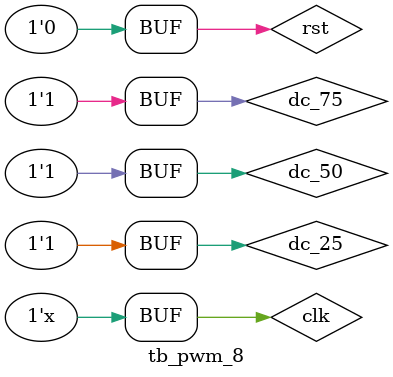
<source format=v>
`timescale 1ns / 1ps


module tb_pwm_8;

	// Inputs
	reg rst;
	reg clk;
	reg dc_25;
	reg dc_50;
	reg dc_75;

	// Outputs
	wire pwm_out1;
	wire pwm_out2;
	wire pwm_out3;
   
	// Instantiate the Unit Under Test (UUT)
	pwm_8 uut (
		.rst(rst), 
		.clk(clk), 
		.dc_25(dc_25), 
		.dc_50(dc_50), 
		.dc_75(dc_75), 
		.pwm_out1(pwm_out1), 
		.pwm_out2(pwm_out2), 
		.pwm_out3(pwm_out3)
		
	);

   always #2clk=~clk;
	initial begin
		rst=1;
		#10;
		
		rst = 0;
		clk = 0;
		dc_25 = 1;
		dc_50 = 1;
		dc_75 = 1;
      
	   
      
		// Add stimulus here

	end
      
endmodule


</source>
